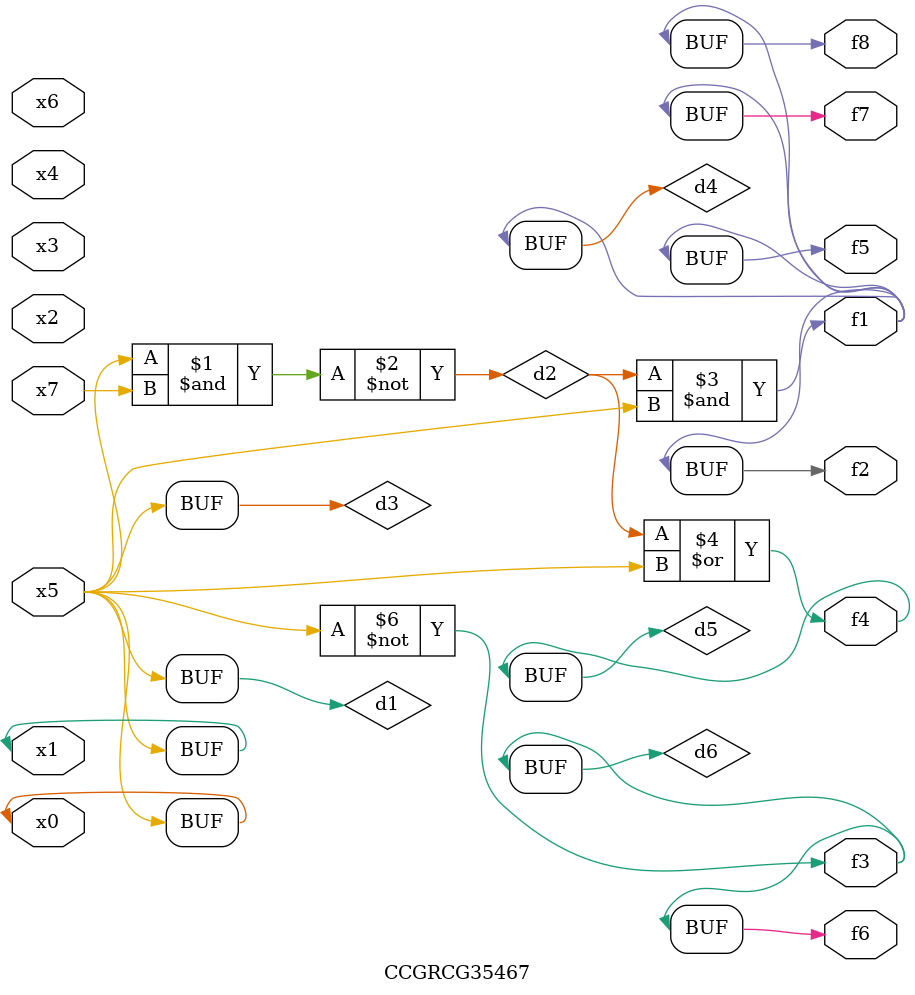
<source format=v>
module CCGRCG35467(
	input x0, x1, x2, x3, x4, x5, x6, x7,
	output f1, f2, f3, f4, f5, f6, f7, f8
);

	wire d1, d2, d3, d4, d5, d6;

	buf (d1, x0, x5);
	nand (d2, x5, x7);
	buf (d3, x0, x1);
	and (d4, d2, d3);
	or (d5, d2, d3);
	nor (d6, d1, d3);
	assign f1 = d4;
	assign f2 = d4;
	assign f3 = d6;
	assign f4 = d5;
	assign f5 = d4;
	assign f6 = d6;
	assign f7 = d4;
	assign f8 = d4;
endmodule

</source>
